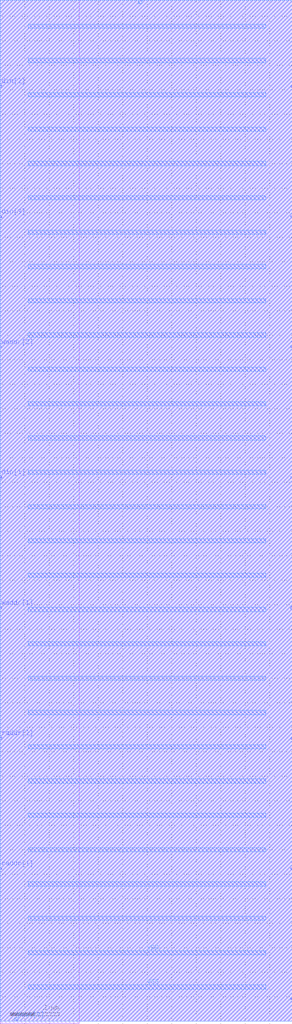
<source format=lef>
VERSION 5.8 ;
BUSBITCHARS "[]" ;
DIVIDERCHAR "/" ;
UNITS
    DATABASE MICRONS 2000 ;
END UNITS

MACRO spram_8x4
  FOREIGN spram_8x4 0 0 ;
  CLASS BLOCK ;
  SIZE 11.915 BY 41.665 ;
  PIN VSS
    USE GROUND ;
    DIRECTION INOUT ;
    PORT
      LAYER metal4 ;
        RECT  1.14 40.515 10.83 40.685 ;
        RECT  1.14 37.715 10.83 37.885 ;
        RECT  1.14 34.915 10.83 35.085 ;
        RECT  1.14 32.115 10.83 32.285 ;
        RECT  1.14 29.315 10.83 29.485 ;
        RECT  1.14 26.515 10.83 26.685 ;
        RECT  1.14 23.715 10.83 23.885 ;
        RECT  1.14 20.915 10.83 21.085 ;
        RECT  1.14 18.115 10.83 18.285 ;
        RECT  1.14 15.315 10.83 15.485 ;
        RECT  1.14 12.515 10.83 12.685 ;
        RECT  1.14 9.715 10.83 9.885 ;
        RECT  1.14 6.915 10.83 7.085 ;
        RECT  1.14 4.115 10.83 4.285 ;
        RECT  1.14 1.315 10.83 1.485 ;
    END
  END VSS
  PIN VDD
    USE POWER ;
    DIRECTION INOUT ;
    PORT
      LAYER metal4 ;
        RECT  1.14 39.115 10.83 39.285 ;
        RECT  1.14 36.315 10.83 36.485 ;
        RECT  1.14 33.515 10.83 33.685 ;
        RECT  1.14 30.715 10.83 30.885 ;
        RECT  1.14 27.915 10.83 28.085 ;
        RECT  1.14 25.115 10.83 25.285 ;
        RECT  1.14 22.315 10.83 22.485 ;
        RECT  1.14 19.515 10.83 19.685 ;
        RECT  1.14 16.715 10.83 16.885 ;
        RECT  1.14 13.915 10.83 14.085 ;
        RECT  1.14 11.115 10.83 11.285 ;
        RECT  1.14 8.315 10.83 8.485 ;
        RECT  1.14 5.515 10.83 5.685 ;
        RECT  1.14 2.715 10.83 2.885 ;
    END
  END VDD
  PIN clk
    DIRECTION INPUT ;
    USE SIGNAL ;
    PORT
      LAYER metal3 ;
        RECT  11.845 32.795 11.915 32.865 ;
    END
  END clk
  PIN din[0]
    DIRECTION INPUT ;
    USE SIGNAL ;
    PORT
      LAYER metal3 ;
        RECT  11.845 16.835 11.915 16.905 ;
    END
  END din[0]
  PIN din[1]
    DIRECTION INPUT ;
    USE SIGNAL ;
    PORT
      LAYER metal3 ;
        RECT  0 22.155 0.07 22.225 ;
    END
  END din[1]
  PIN din[2]
    DIRECTION INPUT ;
    USE SIGNAL ;
    PORT
      LAYER metal3 ;
        RECT  0 38.115 0.07 38.185 ;
    END
  END din[2]
  PIN din[3]
    DIRECTION INPUT ;
    USE SIGNAL ;
    PORT
      LAYER metal3 ;
        RECT  0 32.795 0.07 32.865 ;
    END
  END din[3]
  PIN dout[0]
    DIRECTION OUTPUT ;
    USE SIGNAL ;
    PORT
      LAYER metal4 ;
        RECT  0.585 0 0.725 0.14 ;
    END
  END dout[0]
  PIN dout[1]
    DIRECTION OUTPUT ;
    USE SIGNAL ;
    PORT
      LAYER metal3 ;
        RECT  11.845 38.115 11.915 38.185 ;
    END
  END dout[1]
  PIN dout[2]
    DIRECTION OUTPUT ;
    USE SIGNAL ;
    PORT
      LAYER metal3 ;
        RECT  11.845 11.515 11.915 11.585 ;
    END
  END dout[2]
  PIN dout[3]
    DIRECTION OUTPUT ;
    USE SIGNAL ;
    PORT
      LAYER metal3 ;
        RECT  11.845 0.875 11.915 0.945 ;
    END
  END dout[3]
  PIN raddr[0]
    DIRECTION INPUT ;
    USE SIGNAL ;
    PORT
      LAYER metal3 ;
        RECT  11.845 22.155 11.915 22.225 ;
    END
  END raddr[0]
  PIN raddr[1]
    DIRECTION INPUT ;
    USE SIGNAL ;
    PORT
      LAYER metal3 ;
        RECT  0 6.195 0.07 6.265 ;
    END
  END raddr[1]
  PIN raddr[2]
    DIRECTION INPUT ;
    USE SIGNAL ;
    PORT
      LAYER metal3 ;
        RECT  0 11.515 0.07 11.585 ;
    END
  END raddr[2]
  PIN re
    DIRECTION INPUT ;
    USE SIGNAL ;
    PORT
      LAYER metal4 ;
        RECT  5.625 41.525 5.765 41.665 ;
    END
  END re
  PIN waddr[0]
    DIRECTION INPUT ;
    USE SIGNAL ;
    PORT
      LAYER metal3 ;
        RECT  11.845 6.195 11.915 6.265 ;
    END
  END waddr[0]
  PIN waddr[1]
    DIRECTION INPUT ;
    USE SIGNAL ;
    PORT
      LAYER metal3 ;
        RECT  0 16.835 0.07 16.905 ;
    END
  END waddr[1]
  PIN waddr[2]
    DIRECTION INPUT ;
    USE SIGNAL ;
    PORT
      LAYER metal3 ;
        RECT  0 27.475 0.07 27.545 ;
    END
  END waddr[2]
  PIN we
    DIRECTION INPUT ;
    USE SIGNAL ;
    PORT
      LAYER metal3 ;
        RECT  11.845 27.475 11.915 27.545 ;
    END
  END we
  OBS
    LAYER metal1 ;
     RECT  0 -0.085 3.23 41.665 ;
     RECT  3.23 0 11.915 41.665 ;
    LAYER metal2 ;
     RECT  0 0 11.915 41.665 ;
    LAYER metal3 ;
     RECT  0 0 11.915 41.665 ;
    LAYER metal4 ;
     RECT  0 0 11.915 41.665 ;
  END
END spram_8x4
END LIBRARY

</source>
